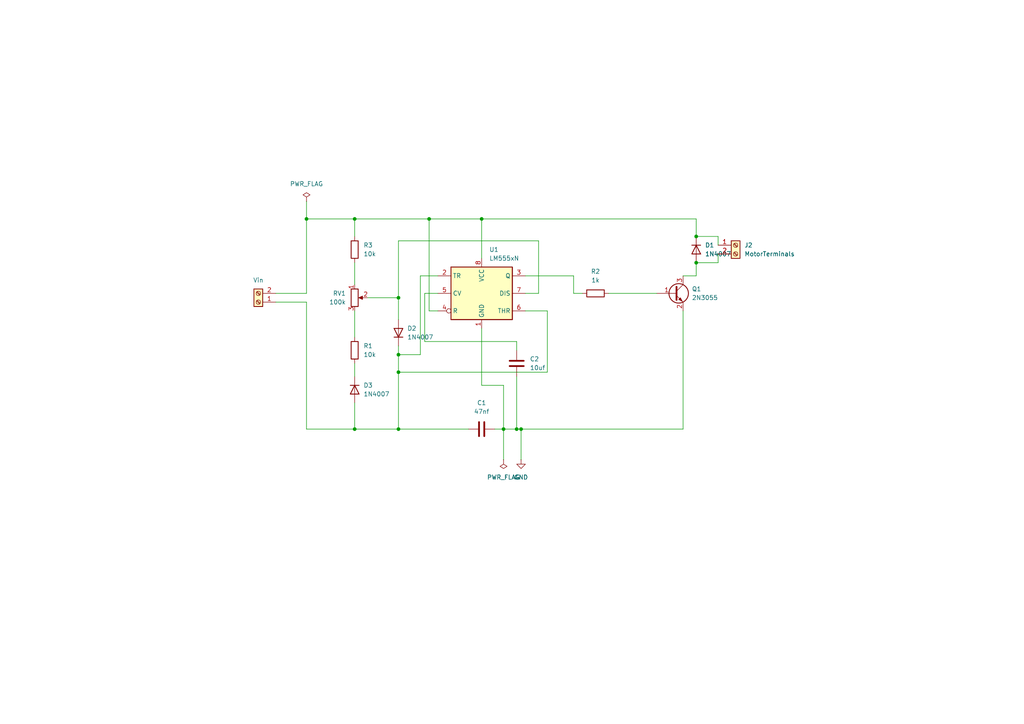
<source format=kicad_sch>
(kicad_sch
	(version 20231120)
	(generator "eeschema")
	(generator_version "8.0")
	(uuid "f1f9b36c-dc54-40ef-8a46-c77b2352a4c0")
	(paper "A4")
	(lib_symbols
		(symbol "Connector:Screw_Terminal_01x02"
			(pin_names
				(offset 1.016) hide)
			(exclude_from_sim no)
			(in_bom yes)
			(on_board yes)
			(property "Reference" "J"
				(at 0 2.54 0)
				(effects
					(font
						(size 1.27 1.27)
					)
				)
			)
			(property "Value" "Screw_Terminal_01x02"
				(at 0 -5.08 0)
				(effects
					(font
						(size 1.27 1.27)
					)
				)
			)
			(property "Footprint" ""
				(at 0 0 0)
				(effects
					(font
						(size 1.27 1.27)
					)
					(hide yes)
				)
			)
			(property "Datasheet" "~"
				(at 0 0 0)
				(effects
					(font
						(size 1.27 1.27)
					)
					(hide yes)
				)
			)
			(property "Description" "Generic screw terminal, single row, 01x02, script generated (kicad-library-utils/schlib/autogen/connector/)"
				(at 0 0 0)
				(effects
					(font
						(size 1.27 1.27)
					)
					(hide yes)
				)
			)
			(property "ki_keywords" "screw terminal"
				(at 0 0 0)
				(effects
					(font
						(size 1.27 1.27)
					)
					(hide yes)
				)
			)
			(property "ki_fp_filters" "TerminalBlock*:*"
				(at 0 0 0)
				(effects
					(font
						(size 1.27 1.27)
					)
					(hide yes)
				)
			)
			(symbol "Screw_Terminal_01x02_1_1"
				(rectangle
					(start -1.27 1.27)
					(end 1.27 -3.81)
					(stroke
						(width 0.254)
						(type default)
					)
					(fill
						(type background)
					)
				)
				(circle
					(center 0 -2.54)
					(radius 0.635)
					(stroke
						(width 0.1524)
						(type default)
					)
					(fill
						(type none)
					)
				)
				(polyline
					(pts
						(xy -0.5334 -2.2098) (xy 0.3302 -3.048)
					)
					(stroke
						(width 0.1524)
						(type default)
					)
					(fill
						(type none)
					)
				)
				(polyline
					(pts
						(xy -0.5334 0.3302) (xy 0.3302 -0.508)
					)
					(stroke
						(width 0.1524)
						(type default)
					)
					(fill
						(type none)
					)
				)
				(polyline
					(pts
						(xy -0.3556 -2.032) (xy 0.508 -2.8702)
					)
					(stroke
						(width 0.1524)
						(type default)
					)
					(fill
						(type none)
					)
				)
				(polyline
					(pts
						(xy -0.3556 0.508) (xy 0.508 -0.3302)
					)
					(stroke
						(width 0.1524)
						(type default)
					)
					(fill
						(type none)
					)
				)
				(circle
					(center 0 0)
					(radius 0.635)
					(stroke
						(width 0.1524)
						(type default)
					)
					(fill
						(type none)
					)
				)
				(pin passive line
					(at -5.08 0 0)
					(length 3.81)
					(name "Pin_1"
						(effects
							(font
								(size 1.27 1.27)
							)
						)
					)
					(number "1"
						(effects
							(font
								(size 1.27 1.27)
							)
						)
					)
				)
				(pin passive line
					(at -5.08 -2.54 0)
					(length 3.81)
					(name "Pin_2"
						(effects
							(font
								(size 1.27 1.27)
							)
						)
					)
					(number "2"
						(effects
							(font
								(size 1.27 1.27)
							)
						)
					)
				)
			)
		)
		(symbol "Device:C"
			(pin_numbers hide)
			(pin_names
				(offset 0.254)
			)
			(exclude_from_sim no)
			(in_bom yes)
			(on_board yes)
			(property "Reference" "C"
				(at 0.635 2.54 0)
				(effects
					(font
						(size 1.27 1.27)
					)
					(justify left)
				)
			)
			(property "Value" "C"
				(at 0.635 -2.54 0)
				(effects
					(font
						(size 1.27 1.27)
					)
					(justify left)
				)
			)
			(property "Footprint" ""
				(at 0.9652 -3.81 0)
				(effects
					(font
						(size 1.27 1.27)
					)
					(hide yes)
				)
			)
			(property "Datasheet" "~"
				(at 0 0 0)
				(effects
					(font
						(size 1.27 1.27)
					)
					(hide yes)
				)
			)
			(property "Description" "Unpolarized capacitor"
				(at 0 0 0)
				(effects
					(font
						(size 1.27 1.27)
					)
					(hide yes)
				)
			)
			(property "ki_keywords" "cap capacitor"
				(at 0 0 0)
				(effects
					(font
						(size 1.27 1.27)
					)
					(hide yes)
				)
			)
			(property "ki_fp_filters" "C_*"
				(at 0 0 0)
				(effects
					(font
						(size 1.27 1.27)
					)
					(hide yes)
				)
			)
			(symbol "C_0_1"
				(polyline
					(pts
						(xy -2.032 -0.762) (xy 2.032 -0.762)
					)
					(stroke
						(width 0.508)
						(type default)
					)
					(fill
						(type none)
					)
				)
				(polyline
					(pts
						(xy -2.032 0.762) (xy 2.032 0.762)
					)
					(stroke
						(width 0.508)
						(type default)
					)
					(fill
						(type none)
					)
				)
			)
			(symbol "C_1_1"
				(pin passive line
					(at 0 3.81 270)
					(length 2.794)
					(name "~"
						(effects
							(font
								(size 1.27 1.27)
							)
						)
					)
					(number "1"
						(effects
							(font
								(size 1.27 1.27)
							)
						)
					)
				)
				(pin passive line
					(at 0 -3.81 90)
					(length 2.794)
					(name "~"
						(effects
							(font
								(size 1.27 1.27)
							)
						)
					)
					(number "2"
						(effects
							(font
								(size 1.27 1.27)
							)
						)
					)
				)
			)
		)
		(symbol "Device:D"
			(pin_numbers hide)
			(pin_names
				(offset 1.016) hide)
			(exclude_from_sim no)
			(in_bom yes)
			(on_board yes)
			(property "Reference" "D"
				(at 0 2.54 0)
				(effects
					(font
						(size 1.27 1.27)
					)
				)
			)
			(property "Value" "D"
				(at 0 -2.54 0)
				(effects
					(font
						(size 1.27 1.27)
					)
				)
			)
			(property "Footprint" ""
				(at 0 0 0)
				(effects
					(font
						(size 1.27 1.27)
					)
					(hide yes)
				)
			)
			(property "Datasheet" "~"
				(at 0 0 0)
				(effects
					(font
						(size 1.27 1.27)
					)
					(hide yes)
				)
			)
			(property "Description" "Diode"
				(at 0 0 0)
				(effects
					(font
						(size 1.27 1.27)
					)
					(hide yes)
				)
			)
			(property "Sim.Device" "D"
				(at 0 0 0)
				(effects
					(font
						(size 1.27 1.27)
					)
					(hide yes)
				)
			)
			(property "Sim.Pins" "1=K 2=A"
				(at 0 0 0)
				(effects
					(font
						(size 1.27 1.27)
					)
					(hide yes)
				)
			)
			(property "ki_keywords" "diode"
				(at 0 0 0)
				(effects
					(font
						(size 1.27 1.27)
					)
					(hide yes)
				)
			)
			(property "ki_fp_filters" "TO-???* *_Diode_* *SingleDiode* D_*"
				(at 0 0 0)
				(effects
					(font
						(size 1.27 1.27)
					)
					(hide yes)
				)
			)
			(symbol "D_0_1"
				(polyline
					(pts
						(xy -1.27 1.27) (xy -1.27 -1.27)
					)
					(stroke
						(width 0.254)
						(type default)
					)
					(fill
						(type none)
					)
				)
				(polyline
					(pts
						(xy 1.27 0) (xy -1.27 0)
					)
					(stroke
						(width 0)
						(type default)
					)
					(fill
						(type none)
					)
				)
				(polyline
					(pts
						(xy 1.27 1.27) (xy 1.27 -1.27) (xy -1.27 0) (xy 1.27 1.27)
					)
					(stroke
						(width 0.254)
						(type default)
					)
					(fill
						(type none)
					)
				)
			)
			(symbol "D_1_1"
				(pin passive line
					(at -3.81 0 0)
					(length 2.54)
					(name "K"
						(effects
							(font
								(size 1.27 1.27)
							)
						)
					)
					(number "1"
						(effects
							(font
								(size 1.27 1.27)
							)
						)
					)
				)
				(pin passive line
					(at 3.81 0 180)
					(length 2.54)
					(name "A"
						(effects
							(font
								(size 1.27 1.27)
							)
						)
					)
					(number "2"
						(effects
							(font
								(size 1.27 1.27)
							)
						)
					)
				)
			)
		)
		(symbol "Device:R"
			(pin_numbers hide)
			(pin_names
				(offset 0)
			)
			(exclude_from_sim no)
			(in_bom yes)
			(on_board yes)
			(property "Reference" "R"
				(at 2.032 0 90)
				(effects
					(font
						(size 1.27 1.27)
					)
				)
			)
			(property "Value" "R"
				(at 0 0 90)
				(effects
					(font
						(size 1.27 1.27)
					)
				)
			)
			(property "Footprint" ""
				(at -1.778 0 90)
				(effects
					(font
						(size 1.27 1.27)
					)
					(hide yes)
				)
			)
			(property "Datasheet" "~"
				(at 0 0 0)
				(effects
					(font
						(size 1.27 1.27)
					)
					(hide yes)
				)
			)
			(property "Description" "Resistor"
				(at 0 0 0)
				(effects
					(font
						(size 1.27 1.27)
					)
					(hide yes)
				)
			)
			(property "ki_keywords" "R res resistor"
				(at 0 0 0)
				(effects
					(font
						(size 1.27 1.27)
					)
					(hide yes)
				)
			)
			(property "ki_fp_filters" "R_*"
				(at 0 0 0)
				(effects
					(font
						(size 1.27 1.27)
					)
					(hide yes)
				)
			)
			(symbol "R_0_1"
				(rectangle
					(start -1.016 -2.54)
					(end 1.016 2.54)
					(stroke
						(width 0.254)
						(type default)
					)
					(fill
						(type none)
					)
				)
			)
			(symbol "R_1_1"
				(pin passive line
					(at 0 3.81 270)
					(length 1.27)
					(name "~"
						(effects
							(font
								(size 1.27 1.27)
							)
						)
					)
					(number "1"
						(effects
							(font
								(size 1.27 1.27)
							)
						)
					)
				)
				(pin passive line
					(at 0 -3.81 90)
					(length 1.27)
					(name "~"
						(effects
							(font
								(size 1.27 1.27)
							)
						)
					)
					(number "2"
						(effects
							(font
								(size 1.27 1.27)
							)
						)
					)
				)
			)
		)
		(symbol "Device:R_Potentiometer"
			(pin_names
				(offset 1.016) hide)
			(exclude_from_sim no)
			(in_bom yes)
			(on_board yes)
			(property "Reference" "RV"
				(at -4.445 0 90)
				(effects
					(font
						(size 1.27 1.27)
					)
				)
			)
			(property "Value" "R_Potentiometer"
				(at -2.54 0 90)
				(effects
					(font
						(size 1.27 1.27)
					)
				)
			)
			(property "Footprint" ""
				(at 0 0 0)
				(effects
					(font
						(size 1.27 1.27)
					)
					(hide yes)
				)
			)
			(property "Datasheet" "~"
				(at 0 0 0)
				(effects
					(font
						(size 1.27 1.27)
					)
					(hide yes)
				)
			)
			(property "Description" "Potentiometer"
				(at 0 0 0)
				(effects
					(font
						(size 1.27 1.27)
					)
					(hide yes)
				)
			)
			(property "ki_keywords" "resistor variable"
				(at 0 0 0)
				(effects
					(font
						(size 1.27 1.27)
					)
					(hide yes)
				)
			)
			(property "ki_fp_filters" "Potentiometer*"
				(at 0 0 0)
				(effects
					(font
						(size 1.27 1.27)
					)
					(hide yes)
				)
			)
			(symbol "R_Potentiometer_0_1"
				(polyline
					(pts
						(xy 2.54 0) (xy 1.524 0)
					)
					(stroke
						(width 0)
						(type default)
					)
					(fill
						(type none)
					)
				)
				(polyline
					(pts
						(xy 1.143 0) (xy 2.286 0.508) (xy 2.286 -0.508) (xy 1.143 0)
					)
					(stroke
						(width 0)
						(type default)
					)
					(fill
						(type outline)
					)
				)
				(rectangle
					(start 1.016 2.54)
					(end -1.016 -2.54)
					(stroke
						(width 0.254)
						(type default)
					)
					(fill
						(type none)
					)
				)
			)
			(symbol "R_Potentiometer_1_1"
				(pin passive line
					(at 0 3.81 270)
					(length 1.27)
					(name "1"
						(effects
							(font
								(size 1.27 1.27)
							)
						)
					)
					(number "1"
						(effects
							(font
								(size 1.27 1.27)
							)
						)
					)
				)
				(pin passive line
					(at 3.81 0 180)
					(length 1.27)
					(name "2"
						(effects
							(font
								(size 1.27 1.27)
							)
						)
					)
					(number "2"
						(effects
							(font
								(size 1.27 1.27)
							)
						)
					)
				)
				(pin passive line
					(at 0 -3.81 90)
					(length 1.27)
					(name "3"
						(effects
							(font
								(size 1.27 1.27)
							)
						)
					)
					(number "3"
						(effects
							(font
								(size 1.27 1.27)
							)
						)
					)
				)
			)
		)
		(symbol "Timer:LM555xN"
			(exclude_from_sim no)
			(in_bom yes)
			(on_board yes)
			(property "Reference" "U"
				(at -10.16 8.89 0)
				(effects
					(font
						(size 1.27 1.27)
					)
					(justify left)
				)
			)
			(property "Value" "LM555xN"
				(at 2.54 8.89 0)
				(effects
					(font
						(size 1.27 1.27)
					)
					(justify left)
				)
			)
			(property "Footprint" "Package_DIP:DIP-8_W7.62mm"
				(at 16.51 -10.16 0)
				(effects
					(font
						(size 1.27 1.27)
					)
					(hide yes)
				)
			)
			(property "Datasheet" "http://www.ti.com/lit/ds/symlink/lm555.pdf"
				(at 21.59 -10.16 0)
				(effects
					(font
						(size 1.27 1.27)
					)
					(hide yes)
				)
			)
			(property "Description" "Timer, 555 compatible, PDIP-8"
				(at 0 0 0)
				(effects
					(font
						(size 1.27 1.27)
					)
					(hide yes)
				)
			)
			(property "ki_keywords" "single timer 555"
				(at 0 0 0)
				(effects
					(font
						(size 1.27 1.27)
					)
					(hide yes)
				)
			)
			(property "ki_fp_filters" "DIP*W7.62mm*"
				(at 0 0 0)
				(effects
					(font
						(size 1.27 1.27)
					)
					(hide yes)
				)
			)
			(symbol "LM555xN_0_0"
				(pin power_in line
					(at 0 -10.16 90)
					(length 2.54)
					(name "GND"
						(effects
							(font
								(size 1.27 1.27)
							)
						)
					)
					(number "1"
						(effects
							(font
								(size 1.27 1.27)
							)
						)
					)
				)
				(pin power_in line
					(at 0 10.16 270)
					(length 2.54)
					(name "VCC"
						(effects
							(font
								(size 1.27 1.27)
							)
						)
					)
					(number "8"
						(effects
							(font
								(size 1.27 1.27)
							)
						)
					)
				)
			)
			(symbol "LM555xN_0_1"
				(rectangle
					(start -8.89 -7.62)
					(end 8.89 7.62)
					(stroke
						(width 0.254)
						(type default)
					)
					(fill
						(type background)
					)
				)
				(rectangle
					(start -8.89 -7.62)
					(end 8.89 7.62)
					(stroke
						(width 0.254)
						(type default)
					)
					(fill
						(type background)
					)
				)
			)
			(symbol "LM555xN_1_1"
				(pin input line
					(at -12.7 5.08 0)
					(length 3.81)
					(name "TR"
						(effects
							(font
								(size 1.27 1.27)
							)
						)
					)
					(number "2"
						(effects
							(font
								(size 1.27 1.27)
							)
						)
					)
				)
				(pin output line
					(at 12.7 5.08 180)
					(length 3.81)
					(name "Q"
						(effects
							(font
								(size 1.27 1.27)
							)
						)
					)
					(number "3"
						(effects
							(font
								(size 1.27 1.27)
							)
						)
					)
				)
				(pin input inverted
					(at -12.7 -5.08 0)
					(length 3.81)
					(name "R"
						(effects
							(font
								(size 1.27 1.27)
							)
						)
					)
					(number "4"
						(effects
							(font
								(size 1.27 1.27)
							)
						)
					)
				)
				(pin input line
					(at -12.7 0 0)
					(length 3.81)
					(name "CV"
						(effects
							(font
								(size 1.27 1.27)
							)
						)
					)
					(number "5"
						(effects
							(font
								(size 1.27 1.27)
							)
						)
					)
				)
				(pin input line
					(at 12.7 -5.08 180)
					(length 3.81)
					(name "THR"
						(effects
							(font
								(size 1.27 1.27)
							)
						)
					)
					(number "6"
						(effects
							(font
								(size 1.27 1.27)
							)
						)
					)
				)
				(pin input line
					(at 12.7 0 180)
					(length 3.81)
					(name "DIS"
						(effects
							(font
								(size 1.27 1.27)
							)
						)
					)
					(number "7"
						(effects
							(font
								(size 1.27 1.27)
							)
						)
					)
				)
			)
		)
		(symbol "Transistor_BJT:2N3055"
			(pin_names
				(offset 0) hide)
			(exclude_from_sim no)
			(in_bom yes)
			(on_board yes)
			(property "Reference" "Q"
				(at 5.08 1.905 0)
				(effects
					(font
						(size 1.27 1.27)
					)
					(justify left)
				)
			)
			(property "Value" "2N3055"
				(at 5.08 0 0)
				(effects
					(font
						(size 1.27 1.27)
					)
					(justify left)
				)
			)
			(property "Footprint" "Package_TO_SOT_THT:TO-3"
				(at 5.08 -1.905 0)
				(effects
					(font
						(size 1.27 1.27)
						(italic yes)
					)
					(justify left)
					(hide yes)
				)
			)
			(property "Datasheet" "http://www.onsemi.com/pub_link/Collateral/2N3055-D.PDF"
				(at 0 0 0)
				(effects
					(font
						(size 1.27 1.27)
					)
					(justify left)
					(hide yes)
				)
			)
			(property "Description" "15A Ic, 60V Vce, Power NPN Transistor, TO-3"
				(at 0 0 0)
				(effects
					(font
						(size 1.27 1.27)
					)
					(hide yes)
				)
			)
			(property "ki_keywords" "power NPN Transistor"
				(at 0 0 0)
				(effects
					(font
						(size 1.27 1.27)
					)
					(hide yes)
				)
			)
			(property "ki_fp_filters" "TO?3*"
				(at 0 0 0)
				(effects
					(font
						(size 1.27 1.27)
					)
					(hide yes)
				)
			)
			(symbol "2N3055_0_1"
				(polyline
					(pts
						(xy 0.635 0.635) (xy 2.54 2.54)
					)
					(stroke
						(width 0)
						(type default)
					)
					(fill
						(type none)
					)
				)
				(polyline
					(pts
						(xy 0.635 -0.635) (xy 2.54 -2.54) (xy 2.54 -2.54)
					)
					(stroke
						(width 0)
						(type default)
					)
					(fill
						(type none)
					)
				)
				(polyline
					(pts
						(xy 0.635 1.905) (xy 0.635 -1.905) (xy 0.635 -1.905)
					)
					(stroke
						(width 0.508)
						(type default)
					)
					(fill
						(type none)
					)
				)
				(polyline
					(pts
						(xy 1.27 -1.778) (xy 1.778 -1.27) (xy 2.286 -2.286) (xy 1.27 -1.778) (xy 1.27 -1.778)
					)
					(stroke
						(width 0)
						(type default)
					)
					(fill
						(type outline)
					)
				)
				(circle
					(center 1.27 0)
					(radius 2.8194)
					(stroke
						(width 0.254)
						(type default)
					)
					(fill
						(type none)
					)
				)
			)
			(symbol "2N3055_1_1"
				(pin input line
					(at -5.08 0 0)
					(length 5.715)
					(name "B"
						(effects
							(font
								(size 1.27 1.27)
							)
						)
					)
					(number "1"
						(effects
							(font
								(size 1.27 1.27)
							)
						)
					)
				)
				(pin passive line
					(at 2.54 -5.08 90)
					(length 2.54)
					(name "E"
						(effects
							(font
								(size 1.27 1.27)
							)
						)
					)
					(number "2"
						(effects
							(font
								(size 1.27 1.27)
							)
						)
					)
				)
				(pin passive line
					(at 2.54 5.08 270)
					(length 2.54)
					(name "C"
						(effects
							(font
								(size 1.27 1.27)
							)
						)
					)
					(number "3"
						(effects
							(font
								(size 1.27 1.27)
							)
						)
					)
				)
			)
		)
		(symbol "power:GND"
			(power)
			(pin_numbers hide)
			(pin_names
				(offset 0) hide)
			(exclude_from_sim no)
			(in_bom yes)
			(on_board yes)
			(property "Reference" "#PWR"
				(at 0 -6.35 0)
				(effects
					(font
						(size 1.27 1.27)
					)
					(hide yes)
				)
			)
			(property "Value" "GND"
				(at 0 -3.81 0)
				(effects
					(font
						(size 1.27 1.27)
					)
				)
			)
			(property "Footprint" ""
				(at 0 0 0)
				(effects
					(font
						(size 1.27 1.27)
					)
					(hide yes)
				)
			)
			(property "Datasheet" ""
				(at 0 0 0)
				(effects
					(font
						(size 1.27 1.27)
					)
					(hide yes)
				)
			)
			(property "Description" "Power symbol creates a global label with name \"GND\" , ground"
				(at 0 0 0)
				(effects
					(font
						(size 1.27 1.27)
					)
					(hide yes)
				)
			)
			(property "ki_keywords" "global power"
				(at 0 0 0)
				(effects
					(font
						(size 1.27 1.27)
					)
					(hide yes)
				)
			)
			(symbol "GND_0_1"
				(polyline
					(pts
						(xy 0 0) (xy 0 -1.27) (xy 1.27 -1.27) (xy 0 -2.54) (xy -1.27 -1.27) (xy 0 -1.27)
					)
					(stroke
						(width 0)
						(type default)
					)
					(fill
						(type none)
					)
				)
			)
			(symbol "GND_1_1"
				(pin power_in line
					(at 0 0 270)
					(length 0)
					(name "~"
						(effects
							(font
								(size 1.27 1.27)
							)
						)
					)
					(number "1"
						(effects
							(font
								(size 1.27 1.27)
							)
						)
					)
				)
			)
		)
		(symbol "power:PWR_FLAG"
			(power)
			(pin_numbers hide)
			(pin_names
				(offset 0) hide)
			(exclude_from_sim no)
			(in_bom yes)
			(on_board yes)
			(property "Reference" "#FLG"
				(at 0 1.905 0)
				(effects
					(font
						(size 1.27 1.27)
					)
					(hide yes)
				)
			)
			(property "Value" "PWR_FLAG"
				(at 0 3.81 0)
				(effects
					(font
						(size 1.27 1.27)
					)
				)
			)
			(property "Footprint" ""
				(at 0 0 0)
				(effects
					(font
						(size 1.27 1.27)
					)
					(hide yes)
				)
			)
			(property "Datasheet" "~"
				(at 0 0 0)
				(effects
					(font
						(size 1.27 1.27)
					)
					(hide yes)
				)
			)
			(property "Description" "Special symbol for telling ERC where power comes from"
				(at 0 0 0)
				(effects
					(font
						(size 1.27 1.27)
					)
					(hide yes)
				)
			)
			(property "ki_keywords" "flag power"
				(at 0 0 0)
				(effects
					(font
						(size 1.27 1.27)
					)
					(hide yes)
				)
			)
			(symbol "PWR_FLAG_0_0"
				(pin power_out line
					(at 0 0 90)
					(length 0)
					(name "~"
						(effects
							(font
								(size 1.27 1.27)
							)
						)
					)
					(number "1"
						(effects
							(font
								(size 1.27 1.27)
							)
						)
					)
				)
			)
			(symbol "PWR_FLAG_0_1"
				(polyline
					(pts
						(xy 0 0) (xy 0 1.27) (xy -1.016 1.905) (xy 0 2.54) (xy 1.016 1.905) (xy 0 1.27)
					)
					(stroke
						(width 0)
						(type default)
					)
					(fill
						(type none)
					)
				)
			)
		)
	)
	(junction
		(at 151.13 124.46)
		(diameter 0)
		(color 0 0 0 0)
		(uuid "017d19a2-21f9-48e8-b473-35086add5f12")
	)
	(junction
		(at 115.57 124.46)
		(diameter 0)
		(color 0 0 0 0)
		(uuid "05b8afc6-ac21-443d-9a79-34f1c1a607b9")
	)
	(junction
		(at 201.93 68.58)
		(diameter 0)
		(color 0 0 0 0)
		(uuid "1d772bfc-1291-4908-b68f-268b548ac3a8")
	)
	(junction
		(at 146.05 124.46)
		(diameter 0)
		(color 0 0 0 0)
		(uuid "4c7905b8-5dea-4b6f-b009-8d43201a0c83")
	)
	(junction
		(at 124.46 63.5)
		(diameter 0)
		(color 0 0 0 0)
		(uuid "60b39ab3-4d5f-43ee-b1da-a2bd898d7c43")
	)
	(junction
		(at 102.87 63.5)
		(diameter 0)
		(color 0 0 0 0)
		(uuid "868674d7-cd78-42f1-831c-5332fa417ba6")
	)
	(junction
		(at 139.7 63.5)
		(diameter 0)
		(color 0 0 0 0)
		(uuid "907e23de-4e3b-430b-9b11-49c494d23d17")
	)
	(junction
		(at 115.57 86.36)
		(diameter 0)
		(color 0 0 0 0)
		(uuid "91e0cba9-4e06-4f27-b85c-307c110ea2b9")
	)
	(junction
		(at 88.9 63.5)
		(diameter 0)
		(color 0 0 0 0)
		(uuid "a5184302-6660-4d94-a726-ace332cfd84b")
	)
	(junction
		(at 102.87 124.46)
		(diameter 0)
		(color 0 0 0 0)
		(uuid "b3bb7074-6e8c-416d-858a-89e19d7a6f69")
	)
	(junction
		(at 149.86 124.46)
		(diameter 0)
		(color 0 0 0 0)
		(uuid "bb9dc8b4-fa1a-4648-954f-d7ae2ed34321")
	)
	(junction
		(at 115.57 107.95)
		(diameter 0)
		(color 0 0 0 0)
		(uuid "c9d5a62a-6843-4dde-b5bf-b6e9f018e385")
	)
	(junction
		(at 115.57 102.87)
		(diameter 0)
		(color 0 0 0 0)
		(uuid "f512370a-c646-4e6a-8d90-0a17c1fdbb03")
	)
	(junction
		(at 201.93 76.2)
		(diameter 0)
		(color 0 0 0 0)
		(uuid "fdca969a-325b-431d-9dc0-a7c46c05397f")
	)
	(wire
		(pts
			(xy 102.87 90.17) (xy 102.87 97.79)
		)
		(stroke
			(width 0)
			(type default)
		)
		(uuid "00368e1a-0900-4174-9812-50125c54ec7e")
	)
	(wire
		(pts
			(xy 146.05 124.46) (xy 143.51 124.46)
		)
		(stroke
			(width 0)
			(type default)
		)
		(uuid "0f200cb7-8ca7-4048-93d5-fbecddfd0e95")
	)
	(wire
		(pts
			(xy 146.05 124.46) (xy 146.05 133.35)
		)
		(stroke
			(width 0)
			(type default)
		)
		(uuid "1853b579-fc0e-469b-a9ed-71ce61d9016e")
	)
	(wire
		(pts
			(xy 102.87 68.58) (xy 102.87 63.5)
		)
		(stroke
			(width 0)
			(type default)
		)
		(uuid "21ef6f37-49d5-41c3-9c58-313bac951db6")
	)
	(wire
		(pts
			(xy 139.7 63.5) (xy 201.93 63.5)
		)
		(stroke
			(width 0)
			(type default)
		)
		(uuid "2329a5cf-3751-4a80-84f5-8f24b7a68fc4")
	)
	(wire
		(pts
			(xy 149.86 109.22) (xy 149.86 124.46)
		)
		(stroke
			(width 0)
			(type default)
		)
		(uuid "24068f5d-a19b-45bc-90ec-6dadd7e1b6db")
	)
	(wire
		(pts
			(xy 166.37 85.09) (xy 168.91 85.09)
		)
		(stroke
			(width 0)
			(type default)
		)
		(uuid "24ee6212-6b2c-452b-a2c2-f7f619d8c81d")
	)
	(wire
		(pts
			(xy 80.01 85.09) (xy 88.9 85.09)
		)
		(stroke
			(width 0)
			(type default)
		)
		(uuid "2ac357f3-a3d3-41de-9cbe-16c0bbc2e17e")
	)
	(wire
		(pts
			(xy 149.86 124.46) (xy 146.05 124.46)
		)
		(stroke
			(width 0)
			(type default)
		)
		(uuid "2dc9bb96-b7bb-4c01-b5de-507508a35fbf")
	)
	(wire
		(pts
			(xy 152.4 90.17) (xy 158.75 90.17)
		)
		(stroke
			(width 0)
			(type default)
		)
		(uuid "2e59ede1-2419-4c10-b75e-daa555ca30e5")
	)
	(wire
		(pts
			(xy 88.9 124.46) (xy 102.87 124.46)
		)
		(stroke
			(width 0)
			(type default)
		)
		(uuid "37d13b51-22e9-49eb-a194-8d4f6bcb166b")
	)
	(wire
		(pts
			(xy 102.87 124.46) (xy 102.87 116.84)
		)
		(stroke
			(width 0)
			(type default)
		)
		(uuid "3b2e48bf-e02b-48af-957d-bc464ae45dc7")
	)
	(wire
		(pts
			(xy 198.12 80.01) (xy 201.93 80.01)
		)
		(stroke
			(width 0)
			(type default)
		)
		(uuid "40ba53d1-8240-44d8-9502-3f7df05441cd")
	)
	(wire
		(pts
			(xy 156.21 69.85) (xy 156.21 85.09)
		)
		(stroke
			(width 0)
			(type default)
		)
		(uuid "4257c32d-d19d-4383-995c-922c0a30cf78")
	)
	(wire
		(pts
			(xy 208.28 76.2) (xy 208.28 73.66)
		)
		(stroke
			(width 0)
			(type default)
		)
		(uuid "42ccd8d4-15f6-44c4-91e4-01b2bc565aa6")
	)
	(wire
		(pts
			(xy 115.57 69.85) (xy 156.21 69.85)
		)
		(stroke
			(width 0)
			(type default)
		)
		(uuid "44f2692e-20d6-47a4-b161-f350fd234217")
	)
	(wire
		(pts
			(xy 135.89 124.46) (xy 115.57 124.46)
		)
		(stroke
			(width 0)
			(type default)
		)
		(uuid "44f919dc-2adc-4577-a179-fe28c13f1239")
	)
	(wire
		(pts
			(xy 176.53 85.09) (xy 190.5 85.09)
		)
		(stroke
			(width 0)
			(type default)
		)
		(uuid "46411dc9-4668-42af-b69d-2bd6c66a513d")
	)
	(wire
		(pts
			(xy 156.21 85.09) (xy 152.4 85.09)
		)
		(stroke
			(width 0)
			(type default)
		)
		(uuid "478a2fb2-0859-4d70-ad7e-e38bc30c2f97")
	)
	(wire
		(pts
			(xy 115.57 102.87) (xy 115.57 107.95)
		)
		(stroke
			(width 0)
			(type default)
		)
		(uuid "4a19ba89-3b3b-4752-96e2-c707212c40cd")
	)
	(wire
		(pts
			(xy 158.75 107.95) (xy 115.57 107.95)
		)
		(stroke
			(width 0)
			(type default)
		)
		(uuid "522e992c-4324-410a-bd85-50434f616bbe")
	)
	(wire
		(pts
			(xy 208.28 68.58) (xy 208.28 71.12)
		)
		(stroke
			(width 0)
			(type default)
		)
		(uuid "56bd2673-81ca-40fe-8edb-afd6b21906c6")
	)
	(wire
		(pts
			(xy 201.93 68.58) (xy 208.28 68.58)
		)
		(stroke
			(width 0)
			(type default)
		)
		(uuid "5d962bed-a40b-4d00-b08c-52f145a5e9ae")
	)
	(wire
		(pts
			(xy 127 80.01) (xy 121.92 80.01)
		)
		(stroke
			(width 0)
			(type default)
		)
		(uuid "74eab0e0-7ed7-41aa-a377-39e7dcd31891")
	)
	(wire
		(pts
			(xy 102.87 63.5) (xy 124.46 63.5)
		)
		(stroke
			(width 0)
			(type default)
		)
		(uuid "754b8e3d-50a6-4304-b632-1f1a5c49649a")
	)
	(wire
		(pts
			(xy 139.7 95.25) (xy 139.7 111.76)
		)
		(stroke
			(width 0)
			(type default)
		)
		(uuid "767f6556-dc45-4681-b4c1-8cd8889f71fe")
	)
	(wire
		(pts
			(xy 127 85.09) (xy 123.19 85.09)
		)
		(stroke
			(width 0)
			(type default)
		)
		(uuid "7718c4d7-d95f-4e78-9e7d-b7dcecbb5292")
	)
	(wire
		(pts
			(xy 139.7 111.76) (xy 146.05 111.76)
		)
		(stroke
			(width 0)
			(type default)
		)
		(uuid "77bed906-5bf0-4571-ba6f-81f7423463ea")
	)
	(wire
		(pts
			(xy 123.19 85.09) (xy 123.19 99.06)
		)
		(stroke
			(width 0)
			(type default)
		)
		(uuid "782ba402-910f-48ac-9d08-797f543b9919")
	)
	(wire
		(pts
			(xy 88.9 87.63) (xy 88.9 124.46)
		)
		(stroke
			(width 0)
			(type default)
		)
		(uuid "8c33a153-ecc7-4e6d-b700-96da9178e447")
	)
	(wire
		(pts
			(xy 88.9 58.42) (xy 88.9 63.5)
		)
		(stroke
			(width 0)
			(type default)
		)
		(uuid "8e531ecf-05d6-4539-a490-8e3f8a9e72ab")
	)
	(wire
		(pts
			(xy 123.19 99.06) (xy 149.86 99.06)
		)
		(stroke
			(width 0)
			(type default)
		)
		(uuid "8ed0e61a-c5b9-459d-9abb-77b76d1803bd")
	)
	(wire
		(pts
			(xy 152.4 80.01) (xy 166.37 80.01)
		)
		(stroke
			(width 0)
			(type default)
		)
		(uuid "8fe61061-e1d7-4306-94e7-704964530efb")
	)
	(wire
		(pts
			(xy 146.05 111.76) (xy 146.05 124.46)
		)
		(stroke
			(width 0)
			(type default)
		)
		(uuid "90b0949d-49ba-433c-94a5-92349b5ea00d")
	)
	(wire
		(pts
			(xy 115.57 124.46) (xy 102.87 124.46)
		)
		(stroke
			(width 0)
			(type default)
		)
		(uuid "93c2b85f-f135-450a-94f3-7de4877515cf")
	)
	(wire
		(pts
			(xy 124.46 63.5) (xy 124.46 90.17)
		)
		(stroke
			(width 0)
			(type default)
		)
		(uuid "9b52e646-24bf-4379-bbd5-23483200e0cf")
	)
	(wire
		(pts
			(xy 88.9 85.09) (xy 88.9 63.5)
		)
		(stroke
			(width 0)
			(type default)
		)
		(uuid "a6ad8d20-88e5-4439-988e-dd182bed28f4")
	)
	(wire
		(pts
			(xy 158.75 90.17) (xy 158.75 107.95)
		)
		(stroke
			(width 0)
			(type default)
		)
		(uuid "ab744cd6-b588-428b-9a80-fe3fc40f79e1")
	)
	(wire
		(pts
			(xy 115.57 100.33) (xy 115.57 102.87)
		)
		(stroke
			(width 0)
			(type default)
		)
		(uuid "af7cf177-c1eb-48aa-8a15-7e4bafdf7951")
	)
	(wire
		(pts
			(xy 139.7 63.5) (xy 139.7 74.93)
		)
		(stroke
			(width 0)
			(type default)
		)
		(uuid "b21eead2-95f9-4752-8531-b8657997d234")
	)
	(wire
		(pts
			(xy 106.68 86.36) (xy 115.57 86.36)
		)
		(stroke
			(width 0)
			(type default)
		)
		(uuid "b325f941-7e8d-4016-ad1b-c0a4b1a33742")
	)
	(wire
		(pts
			(xy 151.13 124.46) (xy 198.12 124.46)
		)
		(stroke
			(width 0)
			(type default)
		)
		(uuid "b57dbb49-90e3-4b53-8279-95a542b1fedc")
	)
	(wire
		(pts
			(xy 80.01 87.63) (xy 88.9 87.63)
		)
		(stroke
			(width 0)
			(type default)
		)
		(uuid "bc557ccf-6bbf-4fe0-b527-ab75723eb7b2")
	)
	(wire
		(pts
			(xy 121.92 80.01) (xy 121.92 102.87)
		)
		(stroke
			(width 0)
			(type default)
		)
		(uuid "bc6f55a4-3c7c-4f34-ba95-74de263c35d9")
	)
	(wire
		(pts
			(xy 166.37 80.01) (xy 166.37 85.09)
		)
		(stroke
			(width 0)
			(type default)
		)
		(uuid "bdef1a88-0e3d-4bd4-a90b-af72b8b4a1f0")
	)
	(wire
		(pts
			(xy 198.12 90.17) (xy 198.12 124.46)
		)
		(stroke
			(width 0)
			(type default)
		)
		(uuid "c2120282-2b31-4dd4-b980-790cdbfd517c")
	)
	(wire
		(pts
			(xy 115.57 107.95) (xy 115.57 124.46)
		)
		(stroke
			(width 0)
			(type default)
		)
		(uuid "c81cd1a5-fae9-49bb-a8a6-bacca318573f")
	)
	(wire
		(pts
			(xy 201.93 63.5) (xy 201.93 68.58)
		)
		(stroke
			(width 0)
			(type default)
		)
		(uuid "ca8706de-3a09-4a3d-af1b-2f481d3ad0f9")
	)
	(wire
		(pts
			(xy 149.86 124.46) (xy 151.13 124.46)
		)
		(stroke
			(width 0)
			(type default)
		)
		(uuid "cdd1c14a-06f4-47ba-aaff-76d92af8d7f4")
	)
	(wire
		(pts
			(xy 201.93 80.01) (xy 201.93 76.2)
		)
		(stroke
			(width 0)
			(type default)
		)
		(uuid "d27b9934-4753-4923-b7a0-baf748425187")
	)
	(wire
		(pts
			(xy 88.9 63.5) (xy 102.87 63.5)
		)
		(stroke
			(width 0)
			(type default)
		)
		(uuid "dbab69df-8283-4d37-9be2-74e977140d20")
	)
	(wire
		(pts
			(xy 102.87 76.2) (xy 102.87 82.55)
		)
		(stroke
			(width 0)
			(type default)
		)
		(uuid "dc9d8f3b-2b83-4997-b783-29578450cc2d")
	)
	(wire
		(pts
			(xy 149.86 99.06) (xy 149.86 101.6)
		)
		(stroke
			(width 0)
			(type default)
		)
		(uuid "e36bf74a-fa40-4a6a-b1b0-3c114bb50c2a")
	)
	(wire
		(pts
			(xy 115.57 92.71) (xy 115.57 86.36)
		)
		(stroke
			(width 0)
			(type default)
		)
		(uuid "e4762b8e-995d-49bf-b3d9-3842d6da07b1")
	)
	(wire
		(pts
			(xy 201.93 76.2) (xy 208.28 76.2)
		)
		(stroke
			(width 0)
			(type default)
		)
		(uuid "e5d5686d-f4ba-49b2-aae3-4c2f5e0c59cd")
	)
	(wire
		(pts
			(xy 115.57 86.36) (xy 115.57 69.85)
		)
		(stroke
			(width 0)
			(type default)
		)
		(uuid "eaf1586a-7a0e-469f-adde-d95c4b959403")
	)
	(wire
		(pts
			(xy 127 90.17) (xy 124.46 90.17)
		)
		(stroke
			(width 0)
			(type default)
		)
		(uuid "f07d13bd-877e-4d9d-bcca-5e26adfcae60")
	)
	(wire
		(pts
			(xy 102.87 105.41) (xy 102.87 109.22)
		)
		(stroke
			(width 0)
			(type default)
		)
		(uuid "f133bf08-4099-43e0-8ef6-eb3597be9e67")
	)
	(wire
		(pts
			(xy 124.46 63.5) (xy 139.7 63.5)
		)
		(stroke
			(width 0)
			(type default)
		)
		(uuid "f99296de-a2b7-4e06-9ba1-7ccb606afc57")
	)
	(wire
		(pts
			(xy 121.92 102.87) (xy 115.57 102.87)
		)
		(stroke
			(width 0)
			(type default)
		)
		(uuid "fb8f049b-0168-412d-a25b-1d8d9b0d27e9")
	)
	(wire
		(pts
			(xy 151.13 124.46) (xy 151.13 133.35)
		)
		(stroke
			(width 0)
			(type default)
		)
		(uuid "fc058a66-bbd2-4479-a924-b8fa05445ad6")
	)
	(symbol
		(lib_id "Transistor_BJT:2N3055")
		(at 195.58 85.09 0)
		(unit 1)
		(exclude_from_sim no)
		(in_bom yes)
		(on_board yes)
		(dnp no)
		(fields_autoplaced yes)
		(uuid "0b11dc3e-e2b8-4283-bb92-076fcf24e1b3")
		(property "Reference" "Q1"
			(at 200.66 83.8199 0)
			(effects
				(font
					(size 1.27 1.27)
				)
				(justify left)
			)
		)
		(property "Value" "2N3055"
			(at 200.66 86.3599 0)
			(effects
				(font
					(size 1.27 1.27)
				)
				(justify left)
			)
		)
		(property "Footprint" "Package_TO_SOT_THT:TO-3"
			(at 200.66 86.995 0)
			(effects
				(font
					(size 1.27 1.27)
					(italic yes)
				)
				(justify left)
				(hide yes)
			)
		)
		(property "Datasheet" "http://www.onsemi.com/pub_link/Collateral/2N3055-D.PDF"
			(at 195.58 85.09 0)
			(effects
				(font
					(size 1.27 1.27)
				)
				(justify left)
				(hide yes)
			)
		)
		(property "Description" "15A Ic, 60V Vce, Power NPN Transistor, TO-3"
			(at 195.58 85.09 0)
			(effects
				(font
					(size 1.27 1.27)
				)
				(hide yes)
			)
		)
		(pin "2"
			(uuid "e3ba0739-54ad-4b55-af92-f23f2497f1a2")
		)
		(pin "1"
			(uuid "638fdfaf-c6da-4e36-a50a-4582f2546d2c")
		)
		(pin "3"
			(uuid "37a91cc9-e275-4c44-bb7d-1002f132c411")
		)
		(instances
			(project ""
				(path "/f1f9b36c-dc54-40ef-8a46-c77b2352a4c0"
					(reference "Q1")
					(unit 1)
				)
			)
		)
	)
	(symbol
		(lib_id "Device:R")
		(at 102.87 72.39 0)
		(unit 1)
		(exclude_from_sim no)
		(in_bom yes)
		(on_board yes)
		(dnp no)
		(fields_autoplaced yes)
		(uuid "31f2ea0c-9b76-45d8-8046-e793fdb6b07b")
		(property "Reference" "R3"
			(at 105.41 71.1199 0)
			(effects
				(font
					(size 1.27 1.27)
				)
				(justify left)
			)
		)
		(property "Value" "10k"
			(at 105.41 73.6599 0)
			(effects
				(font
					(size 1.27 1.27)
				)
				(justify left)
			)
		)
		(property "Footprint" "Resistor_THT:R_Axial_DIN0204_L3.6mm_D1.6mm_P5.08mm_Horizontal"
			(at 101.092 72.39 90)
			(effects
				(font
					(size 1.27 1.27)
				)
				(hide yes)
			)
		)
		(property "Datasheet" "~"
			(at 102.87 72.39 0)
			(effects
				(font
					(size 1.27 1.27)
				)
				(hide yes)
			)
		)
		(property "Description" "Resistor"
			(at 102.87 72.39 0)
			(effects
				(font
					(size 1.27 1.27)
				)
				(hide yes)
			)
		)
		(pin "1"
			(uuid "e9e4e8bb-c49b-4885-a2be-6dff56f0ea91")
		)
		(pin "2"
			(uuid "2309cab6-f085-4937-97c7-bdb11ceeb529")
		)
		(instances
			(project "SpeedController"
				(path "/f1f9b36c-dc54-40ef-8a46-c77b2352a4c0"
					(reference "R3")
					(unit 1)
				)
			)
		)
	)
	(symbol
		(lib_id "Device:R")
		(at 102.87 101.6 0)
		(unit 1)
		(exclude_from_sim no)
		(in_bom yes)
		(on_board yes)
		(dnp no)
		(fields_autoplaced yes)
		(uuid "3c25e469-a292-4fd5-862b-970c0cfdedb4")
		(property "Reference" "R1"
			(at 105.41 100.3299 0)
			(effects
				(font
					(size 1.27 1.27)
				)
				(justify left)
			)
		)
		(property "Value" "10k"
			(at 105.41 102.8699 0)
			(effects
				(font
					(size 1.27 1.27)
				)
				(justify left)
			)
		)
		(property "Footprint" "Resistor_THT:R_Axial_DIN0204_L3.6mm_D1.6mm_P5.08mm_Horizontal"
			(at 101.092 101.6 90)
			(effects
				(font
					(size 1.27 1.27)
				)
				(hide yes)
			)
		)
		(property "Datasheet" "~"
			(at 102.87 101.6 0)
			(effects
				(font
					(size 1.27 1.27)
				)
				(hide yes)
			)
		)
		(property "Description" "Resistor"
			(at 102.87 101.6 0)
			(effects
				(font
					(size 1.27 1.27)
				)
				(hide yes)
			)
		)
		(pin "1"
			(uuid "d1bb0c1b-443c-46ad-9001-1ffe11197b2c")
		)
		(pin "2"
			(uuid "5905ed8b-5351-466c-9dcc-9d9608ae862d")
		)
		(instances
			(project ""
				(path "/f1f9b36c-dc54-40ef-8a46-c77b2352a4c0"
					(reference "R1")
					(unit 1)
				)
			)
		)
	)
	(symbol
		(lib_id "Device:D")
		(at 115.57 96.52 90)
		(unit 1)
		(exclude_from_sim no)
		(in_bom yes)
		(on_board yes)
		(dnp no)
		(fields_autoplaced yes)
		(uuid "44df6d8c-d1cb-4230-bde9-4ff804fe7738")
		(property "Reference" "D2"
			(at 118.11 95.2499 90)
			(effects
				(font
					(size 1.27 1.27)
				)
				(justify right)
			)
		)
		(property "Value" "1N4007"
			(at 118.11 97.7899 90)
			(effects
				(font
					(size 1.27 1.27)
				)
				(justify right)
			)
		)
		(property "Footprint" "Diode_THT:D_5W_P12.70mm_Horizontal"
			(at 115.57 96.52 0)
			(effects
				(font
					(size 1.27 1.27)
				)
				(hide yes)
			)
		)
		(property "Datasheet" "~"
			(at 115.57 96.52 0)
			(effects
				(font
					(size 1.27 1.27)
				)
				(hide yes)
			)
		)
		(property "Description" "Diode"
			(at 115.57 96.52 0)
			(effects
				(font
					(size 1.27 1.27)
				)
				(hide yes)
			)
		)
		(property "Sim.Device" "D"
			(at 115.57 96.52 0)
			(effects
				(font
					(size 1.27 1.27)
				)
				(hide yes)
			)
		)
		(property "Sim.Pins" "1=K 2=A"
			(at 115.57 96.52 0)
			(effects
				(font
					(size 1.27 1.27)
				)
				(hide yes)
			)
		)
		(pin "1"
			(uuid "e1bf2162-2801-4787-b603-2be41b296858")
		)
		(pin "2"
			(uuid "be7808f5-bde7-4e5e-b24a-f3e23db2ce7d")
		)
		(instances
			(project ""
				(path "/f1f9b36c-dc54-40ef-8a46-c77b2352a4c0"
					(reference "D2")
					(unit 1)
				)
			)
		)
	)
	(symbol
		(lib_id "Timer:LM555xN")
		(at 139.7 85.09 0)
		(unit 1)
		(exclude_from_sim no)
		(in_bom yes)
		(on_board yes)
		(dnp no)
		(fields_autoplaced yes)
		(uuid "519a8acc-1b8b-4010-9a95-df00f8c06ea9")
		(property "Reference" "U1"
			(at 141.8941 72.39 0)
			(effects
				(font
					(size 1.27 1.27)
				)
				(justify left)
			)
		)
		(property "Value" "LM555xN"
			(at 141.8941 74.93 0)
			(effects
				(font
					(size 1.27 1.27)
				)
				(justify left)
			)
		)
		(property "Footprint" "Package_DIP:DIP-8_W7.62mm"
			(at 156.21 95.25 0)
			(effects
				(font
					(size 1.27 1.27)
				)
				(hide yes)
			)
		)
		(property "Datasheet" "http://www.ti.com/lit/ds/symlink/lm555.pdf"
			(at 161.29 95.25 0)
			(effects
				(font
					(size 1.27 1.27)
				)
				(hide yes)
			)
		)
		(property "Description" "Timer, 555 compatible, PDIP-8"
			(at 139.7 85.09 0)
			(effects
				(font
					(size 1.27 1.27)
				)
				(hide yes)
			)
		)
		(pin "3"
			(uuid "9771f514-b31b-40dc-8512-a0d67545d3b5")
		)
		(pin "5"
			(uuid "a7543dfb-43e7-4536-a0eb-20c8729069c7")
		)
		(pin "2"
			(uuid "67a817cd-4b71-46a2-8be6-2eef012d7433")
		)
		(pin "4"
			(uuid "7e2947e3-59fd-4918-9678-0f2d4a8fb59d")
		)
		(pin "7"
			(uuid "f26f611a-97f2-4140-8b32-613c23e08d8f")
		)
		(pin "1"
			(uuid "8f56e367-1261-4bc3-84bd-ea683494ac9b")
		)
		(pin "8"
			(uuid "00de9246-dcfc-4bff-aa55-72ca0abea81b")
		)
		(pin "6"
			(uuid "8c1acb97-e08c-40d9-81e5-ac78197f5ed2")
		)
		(instances
			(project ""
				(path "/f1f9b36c-dc54-40ef-8a46-c77b2352a4c0"
					(reference "U1")
					(unit 1)
				)
			)
		)
	)
	(symbol
		(lib_id "Device:C")
		(at 139.7 124.46 90)
		(unit 1)
		(exclude_from_sim no)
		(in_bom yes)
		(on_board yes)
		(dnp no)
		(fields_autoplaced yes)
		(uuid "70a71ec3-21a4-489f-bbe8-9edd853f39dd")
		(property "Reference" "C1"
			(at 139.7 116.84 90)
			(effects
				(font
					(size 1.27 1.27)
				)
			)
		)
		(property "Value" "47nf"
			(at 139.7 119.38 90)
			(effects
				(font
					(size 1.27 1.27)
				)
			)
		)
		(property "Footprint" "Capacitor_THT:CP_Radial_D5.0mm_P2.00mm"
			(at 143.51 123.4948 0)
			(effects
				(font
					(size 1.27 1.27)
				)
				(hide yes)
			)
		)
		(property "Datasheet" "~"
			(at 139.7 124.46 0)
			(effects
				(font
					(size 1.27 1.27)
				)
				(hide yes)
			)
		)
		(property "Description" "Unpolarized capacitor"
			(at 139.7 124.46 0)
			(effects
				(font
					(size 1.27 1.27)
				)
				(hide yes)
			)
		)
		(pin "1"
			(uuid "718200d4-3762-4c02-98e1-40ea713fcb1e")
		)
		(pin "2"
			(uuid "48d47d35-62be-44b7-9e9f-ac3abee7dcee")
		)
		(instances
			(project ""
				(path "/f1f9b36c-dc54-40ef-8a46-c77b2352a4c0"
					(reference "C1")
					(unit 1)
				)
			)
		)
	)
	(symbol
		(lib_id "power:PWR_FLAG")
		(at 146.05 133.35 180)
		(unit 1)
		(exclude_from_sim no)
		(in_bom yes)
		(on_board yes)
		(dnp no)
		(fields_autoplaced yes)
		(uuid "75dc19a5-1844-4f01-9956-d8bbb9ed1a96")
		(property "Reference" "#FLG01"
			(at 146.05 135.255 0)
			(effects
				(font
					(size 1.27 1.27)
				)
				(hide yes)
			)
		)
		(property "Value" "PWR_FLAG"
			(at 146.05 138.43 0)
			(effects
				(font
					(size 1.27 1.27)
				)
			)
		)
		(property "Footprint" ""
			(at 146.05 133.35 0)
			(effects
				(font
					(size 1.27 1.27)
				)
				(hide yes)
			)
		)
		(property "Datasheet" "~"
			(at 146.05 133.35 0)
			(effects
				(font
					(size 1.27 1.27)
				)
				(hide yes)
			)
		)
		(property "Description" "Special symbol for telling ERC where power comes from"
			(at 146.05 133.35 0)
			(effects
				(font
					(size 1.27 1.27)
				)
				(hide yes)
			)
		)
		(pin "1"
			(uuid "de8d9a8b-6e88-46d8-a637-c891c64379e2")
		)
		(instances
			(project ""
				(path "/f1f9b36c-dc54-40ef-8a46-c77b2352a4c0"
					(reference "#FLG01")
					(unit 1)
				)
			)
		)
	)
	(symbol
		(lib_id "Device:D")
		(at 201.93 72.39 270)
		(unit 1)
		(exclude_from_sim no)
		(in_bom yes)
		(on_board yes)
		(dnp no)
		(fields_autoplaced yes)
		(uuid "ae298d5f-27cc-4b7c-b7b3-2e717815aeb8")
		(property "Reference" "D1"
			(at 204.47 71.1199 90)
			(effects
				(font
					(size 1.27 1.27)
				)
				(justify left)
			)
		)
		(property "Value" "1N4007"
			(at 204.47 73.6599 90)
			(effects
				(font
					(size 1.27 1.27)
				)
				(justify left)
			)
		)
		(property "Footprint" "Diode_THT:D_5W_P12.70mm_Horizontal"
			(at 201.93 72.39 0)
			(effects
				(font
					(size 1.27 1.27)
				)
				(hide yes)
			)
		)
		(property "Datasheet" "~"
			(at 201.93 72.39 0)
			(effects
				(font
					(size 1.27 1.27)
				)
				(hide yes)
			)
		)
		(property "Description" "Diode"
			(at 201.93 72.39 0)
			(effects
				(font
					(size 1.27 1.27)
				)
				(hide yes)
			)
		)
		(property "Sim.Device" "D"
			(at 201.93 72.39 0)
			(effects
				(font
					(size 1.27 1.27)
				)
				(hide yes)
			)
		)
		(property "Sim.Pins" "1=K 2=A"
			(at 201.93 72.39 0)
			(effects
				(font
					(size 1.27 1.27)
				)
				(hide yes)
			)
		)
		(pin "2"
			(uuid "841d1af3-bc57-450c-be93-bc101ef1db18")
		)
		(pin "1"
			(uuid "9df77269-acc3-49c9-9420-c1fec58bbb7e")
		)
		(instances
			(project ""
				(path "/f1f9b36c-dc54-40ef-8a46-c77b2352a4c0"
					(reference "D1")
					(unit 1)
				)
			)
		)
	)
	(symbol
		(lib_id "Device:R")
		(at 172.72 85.09 90)
		(unit 1)
		(exclude_from_sim no)
		(in_bom yes)
		(on_board yes)
		(dnp no)
		(fields_autoplaced yes)
		(uuid "b723dd83-e4fe-4311-9689-b66bddfbef30")
		(property "Reference" "R2"
			(at 172.72 78.74 90)
			(effects
				(font
					(size 1.27 1.27)
				)
			)
		)
		(property "Value" "1k"
			(at 172.72 81.28 90)
			(effects
				(font
					(size 1.27 1.27)
				)
			)
		)
		(property "Footprint" "Resistor_THT:R_Axial_DIN0204_L3.6mm_D1.6mm_P5.08mm_Horizontal"
			(at 172.72 86.868 90)
			(effects
				(font
					(size 1.27 1.27)
				)
				(hide yes)
			)
		)
		(property "Datasheet" "~"
			(at 172.72 85.09 0)
			(effects
				(font
					(size 1.27 1.27)
				)
				(hide yes)
			)
		)
		(property "Description" "Resistor"
			(at 172.72 85.09 0)
			(effects
				(font
					(size 1.27 1.27)
				)
				(hide yes)
			)
		)
		(pin "1"
			(uuid "80dbd55f-f5ed-4387-9999-e14bfccd4164")
		)
		(pin "2"
			(uuid "3787ebf7-31bd-4f80-98dd-82073444589c")
		)
		(instances
			(project "SpeedController"
				(path "/f1f9b36c-dc54-40ef-8a46-c77b2352a4c0"
					(reference "R2")
					(unit 1)
				)
			)
		)
	)
	(symbol
		(lib_id "Device:C")
		(at 149.86 105.41 0)
		(unit 1)
		(exclude_from_sim no)
		(in_bom yes)
		(on_board yes)
		(dnp no)
		(fields_autoplaced yes)
		(uuid "bfdfd50c-9f8a-4f43-86dc-c2e91780b6c0")
		(property "Reference" "C2"
			(at 153.67 104.1399 0)
			(effects
				(font
					(size 1.27 1.27)
				)
				(justify left)
			)
		)
		(property "Value" "10uf"
			(at 153.67 106.6799 0)
			(effects
				(font
					(size 1.27 1.27)
				)
				(justify left)
			)
		)
		(property "Footprint" "Capacitor_THT:CP_Radial_D5.0mm_P2.00mm"
			(at 150.8252 109.22 0)
			(effects
				(font
					(size 1.27 1.27)
				)
				(hide yes)
			)
		)
		(property "Datasheet" "~"
			(at 149.86 105.41 0)
			(effects
				(font
					(size 1.27 1.27)
				)
				(hide yes)
			)
		)
		(property "Description" "Unpolarized capacitor"
			(at 149.86 105.41 0)
			(effects
				(font
					(size 1.27 1.27)
				)
				(hide yes)
			)
		)
		(pin "1"
			(uuid "61c882cb-2fda-411e-b398-e86eaaf74142")
		)
		(pin "2"
			(uuid "daa1a650-a515-462f-a354-d20962f3bd82")
		)
		(instances
			(project ""
				(path "/f1f9b36c-dc54-40ef-8a46-c77b2352a4c0"
					(reference "C2")
					(unit 1)
				)
			)
		)
	)
	(symbol
		(lib_id "Connector:Screw_Terminal_01x02")
		(at 213.36 71.12 0)
		(unit 1)
		(exclude_from_sim no)
		(in_bom yes)
		(on_board yes)
		(dnp no)
		(fields_autoplaced yes)
		(uuid "c3fe3fce-d96c-41a0-befb-42a21c25647b")
		(property "Reference" "J2"
			(at 215.9 71.1199 0)
			(effects
				(font
					(size 1.27 1.27)
				)
				(justify left)
			)
		)
		(property "Value" "MotorTerminals"
			(at 215.9 73.6599 0)
			(effects
				(font
					(size 1.27 1.27)
				)
				(justify left)
			)
		)
		(property "Footprint" "TerminalBlock:TerminalBlock_bornier-2_P5.08mm"
			(at 213.36 71.12 0)
			(effects
				(font
					(size 1.27 1.27)
				)
				(hide yes)
			)
		)
		(property "Datasheet" "~"
			(at 213.36 71.12 0)
			(effects
				(font
					(size 1.27 1.27)
				)
				(hide yes)
			)
		)
		(property "Description" "Generic screw terminal, single row, 01x02, script generated (kicad-library-utils/schlib/autogen/connector/)"
			(at 213.36 71.12 0)
			(effects
				(font
					(size 1.27 1.27)
				)
				(hide yes)
			)
		)
		(pin "1"
			(uuid "2629a039-7fb8-433f-aa0d-071d98ae8b86")
		)
		(pin "2"
			(uuid "f7346226-510f-4d36-bdbe-b236dc39ced3")
		)
		(instances
			(project "SpeedController"
				(path "/f1f9b36c-dc54-40ef-8a46-c77b2352a4c0"
					(reference "J2")
					(unit 1)
				)
			)
		)
	)
	(symbol
		(lib_id "Device:R_Potentiometer")
		(at 102.87 86.36 0)
		(unit 1)
		(exclude_from_sim no)
		(in_bom yes)
		(on_board yes)
		(dnp no)
		(fields_autoplaced yes)
		(uuid "c509c82f-4c5b-40ac-8709-7f8d073a9a83")
		(property "Reference" "RV1"
			(at 100.33 85.0899 0)
			(effects
				(font
					(size 1.27 1.27)
				)
				(justify right)
			)
		)
		(property "Value" "100k"
			(at 100.33 87.6299 0)
			(effects
				(font
					(size 1.27 1.27)
				)
				(justify right)
			)
		)
		(property "Footprint" "Potentiometer_THT:Potentiometer_Alps_RK163_Single_Horizontal"
			(at 102.87 86.36 0)
			(effects
				(font
					(size 1.27 1.27)
				)
				(hide yes)
			)
		)
		(property "Datasheet" "~"
			(at 102.87 86.36 0)
			(effects
				(font
					(size 1.27 1.27)
				)
				(hide yes)
			)
		)
		(property "Description" "Potentiometer"
			(at 102.87 86.36 0)
			(effects
				(font
					(size 1.27 1.27)
				)
				(hide yes)
			)
		)
		(pin "1"
			(uuid "62d6e5cd-a3a7-437b-96c0-6aa90c6d53b1")
		)
		(pin "2"
			(uuid "fa377f18-c026-474f-8f64-e9bca9f98d31")
		)
		(pin "3"
			(uuid "f89c854f-6808-4688-857b-2921d0d09402")
		)
		(instances
			(project ""
				(path "/f1f9b36c-dc54-40ef-8a46-c77b2352a4c0"
					(reference "RV1")
					(unit 1)
				)
			)
		)
	)
	(symbol
		(lib_id "power:PWR_FLAG")
		(at 88.9 58.42 0)
		(unit 1)
		(exclude_from_sim no)
		(in_bom yes)
		(on_board yes)
		(dnp no)
		(fields_autoplaced yes)
		(uuid "d487d522-e95e-49ed-9ace-471b07074432")
		(property "Reference" "#FLG02"
			(at 88.9 56.515 0)
			(effects
				(font
					(size 1.27 1.27)
				)
				(hide yes)
			)
		)
		(property "Value" "PWR_FLAG"
			(at 88.9 53.34 0)
			(effects
				(font
					(size 1.27 1.27)
				)
			)
		)
		(property "Footprint" ""
			(at 88.9 58.42 0)
			(effects
				(font
					(size 1.27 1.27)
				)
				(hide yes)
			)
		)
		(property "Datasheet" "~"
			(at 88.9 58.42 0)
			(effects
				(font
					(size 1.27 1.27)
				)
				(hide yes)
			)
		)
		(property "Description" "Special symbol for telling ERC where power comes from"
			(at 88.9 58.42 0)
			(effects
				(font
					(size 1.27 1.27)
				)
				(hide yes)
			)
		)
		(pin "1"
			(uuid "851164dc-5ec2-4ff1-b23a-bfd3e2e927e3")
		)
		(instances
			(project ""
				(path "/f1f9b36c-dc54-40ef-8a46-c77b2352a4c0"
					(reference "#FLG02")
					(unit 1)
				)
			)
		)
	)
	(symbol
		(lib_id "power:GND")
		(at 151.13 133.35 0)
		(unit 1)
		(exclude_from_sim no)
		(in_bom yes)
		(on_board yes)
		(dnp no)
		(fields_autoplaced yes)
		(uuid "e3bbf085-b244-4e3e-8026-127c7ce0c85c")
		(property "Reference" "#PWR01"
			(at 151.13 139.7 0)
			(effects
				(font
					(size 1.27 1.27)
				)
				(hide yes)
			)
		)
		(property "Value" "GND"
			(at 151.13 138.43 0)
			(effects
				(font
					(size 1.27 1.27)
				)
			)
		)
		(property "Footprint" ""
			(at 151.13 133.35 0)
			(effects
				(font
					(size 1.27 1.27)
				)
				(hide yes)
			)
		)
		(property "Datasheet" ""
			(at 151.13 133.35 0)
			(effects
				(font
					(size 1.27 1.27)
				)
				(hide yes)
			)
		)
		(property "Description" "Power symbol creates a global label with name \"GND\" , ground"
			(at 151.13 133.35 0)
			(effects
				(font
					(size 1.27 1.27)
				)
				(hide yes)
			)
		)
		(pin "1"
			(uuid "a3ffd1c0-f8da-466b-8707-2ac4a255f896")
		)
		(instances
			(project ""
				(path "/f1f9b36c-dc54-40ef-8a46-c77b2352a4c0"
					(reference "#PWR01")
					(unit 1)
				)
			)
		)
	)
	(symbol
		(lib_id "Device:D")
		(at 102.87 113.03 270)
		(unit 1)
		(exclude_from_sim no)
		(in_bom yes)
		(on_board yes)
		(dnp no)
		(fields_autoplaced yes)
		(uuid "e6a8a51a-db06-48bd-821c-c8fbd8312238")
		(property "Reference" "D3"
			(at 105.41 111.7599 90)
			(effects
				(font
					(size 1.27 1.27)
				)
				(justify left)
			)
		)
		(property "Value" "1N4007"
			(at 105.41 114.2999 90)
			(effects
				(font
					(size 1.27 1.27)
				)
				(justify left)
			)
		)
		(property "Footprint" "Diode_THT:D_5W_P12.70mm_Horizontal"
			(at 102.87 113.03 0)
			(effects
				(font
					(size 1.27 1.27)
				)
				(hide yes)
			)
		)
		(property "Datasheet" "~"
			(at 102.87 113.03 0)
			(effects
				(font
					(size 1.27 1.27)
				)
				(hide yes)
			)
		)
		(property "Description" "Diode"
			(at 102.87 113.03 0)
			(effects
				(font
					(size 1.27 1.27)
				)
				(hide yes)
			)
		)
		(property "Sim.Device" "D"
			(at 102.87 113.03 0)
			(effects
				(font
					(size 1.27 1.27)
				)
				(hide yes)
			)
		)
		(property "Sim.Pins" "1=K 2=A"
			(at 102.87 113.03 0)
			(effects
				(font
					(size 1.27 1.27)
				)
				(hide yes)
			)
		)
		(pin "1"
			(uuid "92f9d638-256a-48ba-a5c8-93821ceb6226")
		)
		(pin "2"
			(uuid "a27cc69d-b378-48a3-9d09-862ee517e440")
		)
		(instances
			(project ""
				(path "/f1f9b36c-dc54-40ef-8a46-c77b2352a4c0"
					(reference "D3")
					(unit 1)
				)
			)
		)
	)
	(symbol
		(lib_id "Connector:Screw_Terminal_01x02")
		(at 74.93 87.63 180)
		(unit 1)
		(exclude_from_sim no)
		(in_bom yes)
		(on_board yes)
		(dnp no)
		(fields_autoplaced yes)
		(uuid "f510734f-be3b-43e4-943a-19dea19c7c2a")
		(property "Reference" "J1"
			(at 74.93 78.74 0)
			(effects
				(font
					(size 1.27 1.27)
				)
				(hide yes)
			)
		)
		(property "Value" "Vin"
			(at 74.93 81.28 0)
			(effects
				(font
					(size 1.27 1.27)
				)
			)
		)
		(property "Footprint" "TerminalBlock:TerminalBlock_bornier-2_P5.08mm"
			(at 74.93 87.63 0)
			(effects
				(font
					(size 1.27 1.27)
				)
				(hide yes)
			)
		)
		(property "Datasheet" "~"
			(at 74.93 87.63 0)
			(effects
				(font
					(size 1.27 1.27)
				)
				(hide yes)
			)
		)
		(property "Description" "Generic screw terminal, single row, 01x02, script generated (kicad-library-utils/schlib/autogen/connector/)"
			(at 74.93 87.63 0)
			(effects
				(font
					(size 1.27 1.27)
				)
				(hide yes)
			)
		)
		(pin "1"
			(uuid "7a0431ca-df91-439c-8a21-60a4a2f41f9d")
		)
		(pin "2"
			(uuid "e0931342-f06e-42ac-852a-6f0aebff5953")
		)
		(instances
			(project ""
				(path "/f1f9b36c-dc54-40ef-8a46-c77b2352a4c0"
					(reference "J1")
					(unit 1)
				)
			)
		)
	)
	(sheet_instances
		(path "/"
			(page "1")
		)
	)
)

</source>
